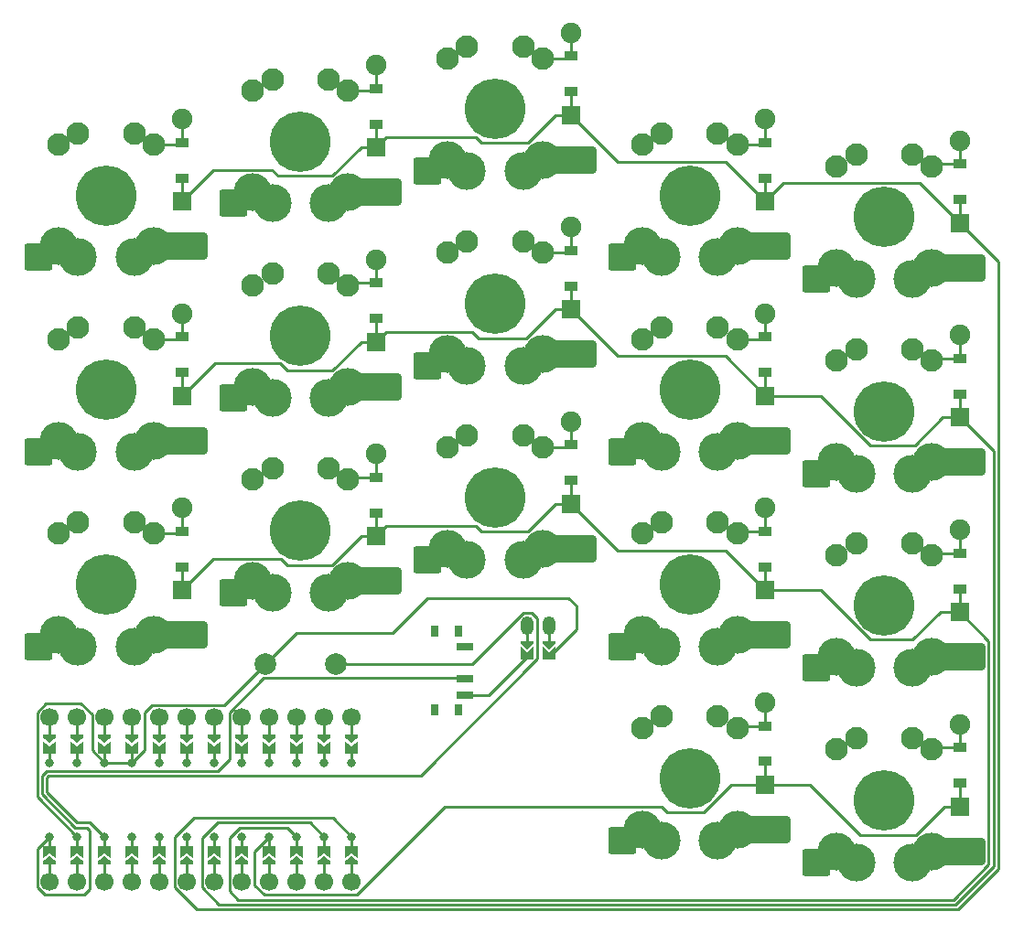
<source format=gbr>
%TF.GenerationSoftware,KiCad,Pcbnew,8.0.4*%
%TF.CreationDate,2024-08-16T17:58:29+08:00*%
%TF.ProjectId,board,626f6172-642e-46b6-9963-61645f706362,v1.0.0*%
%TF.SameCoordinates,Original*%
%TF.FileFunction,Copper,L1,Top*%
%TF.FilePolarity,Positive*%
%FSLAX46Y46*%
G04 Gerber Fmt 4.6, Leading zero omitted, Abs format (unit mm)*
G04 Created by KiCad (PCBNEW 8.0.4) date 2024-08-16 17:58:29*
%MOMM*%
%LPD*%
G01*
G04 APERTURE LIST*
G04 Aperture macros list*
%AMRoundRect*
0 Rectangle with rounded corners*
0 $1 Rounding radius*
0 $2 $3 $4 $5 $6 $7 $8 $9 X,Y pos of 4 corners*
0 Add a 4 corners polygon primitive as box body*
4,1,4,$2,$3,$4,$5,$6,$7,$8,$9,$2,$3,0*
0 Add four circle primitives for the rounded corners*
1,1,$1+$1,$2,$3*
1,1,$1+$1,$4,$5*
1,1,$1+$1,$6,$7*
1,1,$1+$1,$8,$9*
0 Add four rect primitives between the rounded corners*
20,1,$1+$1,$2,$3,$4,$5,0*
20,1,$1+$1,$4,$5,$6,$7,0*
20,1,$1+$1,$6,$7,$8,$9,0*
20,1,$1+$1,$8,$9,$2,$3,0*%
%AMFreePoly0*
4,1,6,0.250000,0.000000,-0.250000,-0.625000,-0.500000,-0.625000,-0.500000,0.625000,-0.250000,0.625000,0.250000,0.000000,0.250000,0.000000,$1*%
%AMFreePoly1*
4,1,6,0.500000,-0.625000,-0.650000,-0.625000,-0.150000,0.000000,-0.650000,0.625000,0.500000,0.625000,0.500000,-0.625000,0.500000,-0.625000,$1*%
%AMFreePoly2*
4,1,6,0.600000,-1.000000,0.000000,-0.400000,-0.600000,-1.000000,-0.600000,0.250000,0.600000,0.250000,0.600000,-1.000000,0.600000,-1.000000,$1*%
%AMFreePoly3*
4,1,6,0.600000,-0.200000,0.600000,-0.400000,-0.600000,-0.400000,-0.600000,-0.200000,0.000000,0.400000,0.600000,-0.200000,0.600000,-0.200000,$1*%
G04 Aperture macros list end*
%TA.AperFunction,SMDPad,CuDef*%
%ADD10R,0.800000X1.000000*%
%TD*%
%TA.AperFunction,SMDPad,CuDef*%
%ADD11R,1.500000X0.700000*%
%TD*%
%TA.AperFunction,ComponentPad*%
%ADD12C,2.000000*%
%TD*%
%TA.AperFunction,SMDPad,CuDef*%
%ADD13FreePoly0,270.000000*%
%TD*%
%TA.AperFunction,ComponentPad*%
%ADD14C,1.700000*%
%TD*%
%TA.AperFunction,SMDPad,CuDef*%
%ADD15FreePoly0,90.000000*%
%TD*%
%TA.AperFunction,ComponentPad*%
%ADD16C,0.800000*%
%TD*%
%TA.AperFunction,SMDPad,CuDef*%
%ADD17FreePoly1,270.000000*%
%TD*%
%TA.AperFunction,SMDPad,CuDef*%
%ADD18FreePoly1,90.000000*%
%TD*%
%TA.AperFunction,SMDPad,CuDef*%
%ADD19FreePoly2,180.000000*%
%TD*%
%TA.AperFunction,ComponentPad*%
%ADD20O,1.200000X1.750000*%
%TD*%
%TA.AperFunction,SMDPad,CuDef*%
%ADD21FreePoly3,180.000000*%
%TD*%
%TA.AperFunction,ComponentPad*%
%ADD22R,1.778000X1.778000*%
%TD*%
%TA.AperFunction,SMDPad,CuDef*%
%ADD23R,1.200000X0.900000*%
%TD*%
%TA.AperFunction,ComponentPad*%
%ADD24C,1.905000*%
%TD*%
%TA.AperFunction,ComponentPad*%
%ADD25C,3.500000*%
%TD*%
%TA.AperFunction,ComponentPad*%
%ADD26C,5.600000*%
%TD*%
%TA.AperFunction,SMDPad,CuDef*%
%ADD27RoundRect,0.250000X-1.050000X-1.000000X1.050000X-1.000000X1.050000X1.000000X-1.050000X1.000000X0*%
%TD*%
%TA.AperFunction,ComponentPad*%
%ADD28C,2.100000*%
%TD*%
%TA.AperFunction,SMDPad,CuDef*%
%ADD29RoundRect,0.250000X-1.750000X-1.000000X1.750000X-1.000000X1.750000X1.000000X-1.750000X1.000000X0*%
%TD*%
%TA.AperFunction,Conductor*%
%ADD30C,0.250000*%
%TD*%
G04 APERTURE END LIST*
D10*
%TO.P,PWR1,*%
%TO.N,*%
X207585000Y-168650000D03*
X207585000Y-161350000D03*
X205375000Y-168650000D03*
X205375000Y-161350000D03*
D11*
%TO.P,PWR1,1*%
%TO.N,N/C*%
X208235000Y-162750000D03*
%TO.P,PWR1,2*%
%TO.N,RAW*%
X208235000Y-165750000D03*
%TO.P,PWR1,3*%
%TO.N,BAT_P*%
X208235000Y-167250000D03*
%TD*%
D12*
%TO.P,RST1,1*%
%TO.N,RST*%
X196250000Y-164350000D03*
%TO.P,RST1,2*%
%TO.N,GND*%
X189750000Y-164350000D03*
%TD*%
D13*
%TO.P,MCU1,1*%
%TO.N,MCU1_1*%
X169800000Y-171450000D03*
D14*
X169800000Y-169330000D03*
D13*
%TO.P,MCU1,2*%
%TO.N,MCU1_2*%
X172340000Y-171450000D03*
D14*
X172340000Y-169330000D03*
D13*
%TO.P,MCU1,3*%
%TO.N,MCU1_3*%
X174880000Y-171450000D03*
D14*
X174880000Y-169330000D03*
D13*
%TO.P,MCU1,4*%
%TO.N,MCU1_4*%
X177420000Y-171450000D03*
D14*
X177420000Y-169330000D03*
D13*
%TO.P,MCU1,5*%
%TO.N,MCU1_5*%
X179960000Y-171450000D03*
D14*
X179960000Y-169330000D03*
D13*
%TO.P,MCU1,6*%
%TO.N,MCU1_6*%
X182500000Y-171450000D03*
D14*
X182500000Y-169330000D03*
D13*
%TO.P,MCU1,7*%
%TO.N,MCU1_7*%
X185040000Y-171450000D03*
D14*
X185040000Y-169330000D03*
D13*
%TO.P,MCU1,8*%
%TO.N,MCU1_8*%
X187580000Y-171450000D03*
D14*
X187580000Y-169330000D03*
D13*
%TO.P,MCU1,9*%
%TO.N,MCU1_9*%
X190120000Y-171450000D03*
D14*
X190120000Y-169330000D03*
D13*
%TO.P,MCU1,10*%
%TO.N,MCU1_10*%
X192660000Y-171450000D03*
D14*
X192660000Y-169330000D03*
D13*
%TO.P,MCU1,11*%
%TO.N,MCU1_11*%
X195200000Y-171450000D03*
D14*
X195200000Y-169330000D03*
D13*
%TO.P,MCU1,12*%
%TO.N,MCU1_12*%
X197740000Y-171450000D03*
D14*
X197740000Y-169330000D03*
%TO.P,MCU1,13*%
%TO.N,MCU1_13*%
X197740000Y-184570000D03*
D15*
X197740000Y-182450000D03*
D14*
%TO.P,MCU1,14*%
%TO.N,MCU1_14*%
X195200000Y-184570000D03*
D15*
X195200000Y-182450000D03*
D14*
%TO.P,MCU1,15*%
%TO.N,MCU1_15*%
X192660000Y-184570000D03*
D15*
X192660000Y-182450000D03*
D14*
%TO.P,MCU1,16*%
%TO.N,MCU1_16*%
X190120000Y-184570000D03*
D15*
X190120000Y-182450000D03*
D14*
%TO.P,MCU1,17*%
%TO.N,MCU1_17*%
X187580000Y-184570000D03*
D15*
X187580000Y-182450000D03*
D14*
%TO.P,MCU1,18*%
%TO.N,MCU1_18*%
X185040000Y-184570000D03*
D15*
X185040000Y-182450000D03*
D14*
%TO.P,MCU1,19*%
%TO.N,MCU1_19*%
X182500000Y-184570000D03*
D15*
X182500000Y-182450000D03*
D14*
%TO.P,MCU1,20*%
%TO.N,MCU1_20*%
X179960000Y-184570000D03*
D15*
X179960000Y-182450000D03*
D14*
%TO.P,MCU1,21*%
%TO.N,MCU1_21*%
X177420000Y-184570000D03*
D15*
X177420000Y-182450000D03*
D14*
%TO.P,MCU1,22*%
%TO.N,MCU1_22*%
X174880000Y-184570000D03*
D15*
X174880000Y-182450000D03*
D14*
%TO.P,MCU1,23*%
%TO.N,MCU1_23*%
X172340000Y-184570000D03*
D15*
X172340000Y-182450000D03*
D14*
%TO.P,MCU1,24*%
%TO.N,MCU1_24*%
X169800000Y-184570000D03*
D15*
X169800000Y-182450000D03*
D16*
%TO.P,MCU1,101*%
%TO.N,P1*%
X169800000Y-173550000D03*
D17*
X169800000Y-172175000D03*
D16*
%TO.P,MCU1,102*%
%TO.N,P0*%
X172340000Y-173550000D03*
D17*
X172340000Y-172175000D03*
D16*
%TO.P,MCU1,103*%
%TO.N,GND*%
X174880000Y-173550000D03*
D17*
X174880000Y-172175000D03*
D16*
%TO.P,MCU1,104*%
X177420000Y-173550000D03*
D17*
X177420000Y-172175000D03*
D16*
%TO.P,MCU1,105*%
%TO.N,P2*%
X179960000Y-173550000D03*
D17*
X179960000Y-172175000D03*
D16*
%TO.P,MCU1,106*%
%TO.N,P3*%
X182500000Y-173550000D03*
D17*
X182500000Y-172175000D03*
D16*
%TO.P,MCU1,107*%
%TO.N,P4*%
X185040000Y-173550000D03*
D17*
X185040000Y-172175000D03*
D16*
%TO.P,MCU1,108*%
%TO.N,P5*%
X187580000Y-173550000D03*
D17*
X187580000Y-172175000D03*
D16*
%TO.P,MCU1,109*%
%TO.N,P6*%
X190120000Y-173550000D03*
D17*
X190120000Y-172175000D03*
D16*
%TO.P,MCU1,110*%
%TO.N,P7*%
X192660000Y-173550000D03*
D17*
X192660000Y-172175000D03*
D16*
%TO.P,MCU1,111*%
%TO.N,P8*%
X195200000Y-173550000D03*
D17*
X195200000Y-172175000D03*
D16*
%TO.P,MCU1,112*%
%TO.N,P9*%
X197740000Y-173550000D03*
D17*
X197740000Y-172175000D03*
D18*
%TO.P,MCU1,113*%
%TO.N,P10*%
X197740000Y-181725000D03*
D16*
X197740000Y-180350000D03*
D18*
%TO.P,MCU1,114*%
%TO.N,P16*%
X195200000Y-181725000D03*
D16*
X195200000Y-180350000D03*
D18*
%TO.P,MCU1,115*%
%TO.N,P14*%
X192660000Y-181725000D03*
D16*
X192660000Y-180350000D03*
D18*
%TO.P,MCU1,116*%
%TO.N,P15*%
X190120000Y-181725000D03*
D16*
X190120000Y-180350000D03*
D18*
%TO.P,MCU1,117*%
%TO.N,P18*%
X187580000Y-181725000D03*
D16*
X187580000Y-180350000D03*
D18*
%TO.P,MCU1,118*%
%TO.N,P19*%
X185040000Y-181725000D03*
D16*
X185040000Y-180350000D03*
D18*
%TO.P,MCU1,119*%
%TO.N,P20*%
X182500000Y-181725000D03*
D16*
X182500000Y-180350000D03*
D18*
%TO.P,MCU1,120*%
%TO.N,P21*%
X179960000Y-181725000D03*
D16*
X179960000Y-180350000D03*
D18*
%TO.P,MCU1,121*%
%TO.N,VCC*%
X177420000Y-181725000D03*
D16*
X177420000Y-180350000D03*
D18*
%TO.P,MCU1,122*%
%TO.N,RST*%
X174880000Y-181725000D03*
D16*
X174880000Y-180350000D03*
D18*
%TO.P,MCU1,123*%
%TO.N,GND*%
X172340000Y-181725000D03*
D16*
X172340000Y-180350000D03*
D18*
%TO.P,MCU1,124*%
%TO.N,RAW*%
X169800000Y-181725000D03*
D16*
X169800000Y-180350000D03*
%TD*%
D19*
%TO.P,JST1,1*%
%TO.N,BAT_P*%
X214000000Y-163666000D03*
%TO.P,JST1,2*%
%TO.N,GND*%
X216000000Y-163666000D03*
D20*
%TO.P,JST1,11*%
%TO.N,JST1_1*%
X214000000Y-160850000D03*
%TO.P,JST1,12*%
%TO.N,JST1_2*%
X216000000Y-160850000D03*
D21*
%TO.P,JST1,21*%
%TO.N,JST1_1*%
X214000000Y-162650000D03*
%TO.P,JST1,22*%
%TO.N,JST1_2*%
X216000000Y-162650000D03*
%TD*%
D22*
%TO.P,D8,1*%
%TO.N,P16*%
X218000000Y-131560000D03*
D23*
X218000000Y-129400000D03*
%TO.P,D8,2*%
%TO.N,middle_home*%
X218000000Y-126100000D03*
D24*
X218000000Y-123940000D03*
%TD*%
D22*
%TO.P,D13,1*%
%TO.N,P10*%
X236000000Y-121560000D03*
D23*
X236000000Y-119400000D03*
%TO.P,D13,2*%
%TO.N,index_top*%
X236000000Y-116100000D03*
D24*
X236000000Y-113940000D03*
%TD*%
D25*
%TO.P,S12,*%
%TO.N,P5*%
X226400000Y-144750000D03*
D26*
%TO.N,*%
X229000000Y-139000000D03*
D25*
%TO.N,index_home*%
X231600000Y-144750000D03*
D27*
%TO.P,S12,1*%
%TO.N,P5*%
X222750000Y-144750000D03*
D28*
X224600000Y-134300000D03*
D25*
X224600000Y-143700000D03*
D28*
X226400000Y-133250000D03*
%TO.P,S12,2*%
%TO.N,index_home*%
X231600000Y-133250000D03*
X233400000Y-134300000D03*
D25*
X233400000Y-143700000D03*
D29*
X236350000Y-143700000D03*
%TD*%
D25*
%TO.P,S14,*%
%TO.N,P6*%
X244400000Y-182750000D03*
D26*
%TO.N,*%
X247000000Y-177000000D03*
D25*
%TO.N,inner_thumb*%
X249600000Y-182750000D03*
D27*
%TO.P,S14,1*%
%TO.N,P6*%
X240750000Y-182750000D03*
D28*
X242600000Y-172300000D03*
D25*
X242600000Y-181700000D03*
D28*
X244400000Y-171250000D03*
%TO.P,S14,2*%
%TO.N,inner_thumb*%
X249600000Y-171250000D03*
X251400000Y-172300000D03*
D25*
X251400000Y-181700000D03*
D29*
X254350000Y-181700000D03*
%TD*%
D25*
%TO.P,S15,*%
%TO.N,P6*%
X244400000Y-164750000D03*
D26*
%TO.N,*%
X247000000Y-159000000D03*
D25*
%TO.N,inner_bottom*%
X249600000Y-164750000D03*
D27*
%TO.P,S15,1*%
%TO.N,P6*%
X240750000Y-164750000D03*
D28*
X242600000Y-154300000D03*
D25*
X242600000Y-163700000D03*
D28*
X244400000Y-153250000D03*
%TO.P,S15,2*%
%TO.N,inner_bottom*%
X249600000Y-153250000D03*
X251400000Y-154300000D03*
D25*
X251400000Y-163700000D03*
D29*
X254350000Y-163700000D03*
%TD*%
D22*
%TO.P,D16,1*%
%TO.N,P16*%
X254000000Y-141560000D03*
D23*
X254000000Y-139400000D03*
%TO.P,D16,2*%
%TO.N,inner_home*%
X254000000Y-136100000D03*
D24*
X254000000Y-133940000D03*
%TD*%
D25*
%TO.P,S8,*%
%TO.N,P4*%
X208400000Y-136750000D03*
D26*
%TO.N,*%
X211000000Y-131000000D03*
D25*
%TO.N,middle_home*%
X213600000Y-136750000D03*
D27*
%TO.P,S8,1*%
%TO.N,P4*%
X204750000Y-136750000D03*
D28*
X206600000Y-126300000D03*
D25*
X206600000Y-135700000D03*
D28*
X208400000Y-125250000D03*
%TO.P,S8,2*%
%TO.N,middle_home*%
X213600000Y-125250000D03*
X215400000Y-126300000D03*
D25*
X215400000Y-135700000D03*
D29*
X218350000Y-135700000D03*
%TD*%
D25*
%TO.P,S17,*%
%TO.N,P6*%
X244400000Y-128750000D03*
D26*
%TO.N,*%
X247000000Y-123000000D03*
D25*
%TO.N,inner_top*%
X249600000Y-128750000D03*
D27*
%TO.P,S17,1*%
%TO.N,P6*%
X240750000Y-128750000D03*
D28*
X242600000Y-118300000D03*
D25*
X242600000Y-127700000D03*
D28*
X244400000Y-117250000D03*
%TO.P,S17,2*%
%TO.N,inner_top*%
X249600000Y-117250000D03*
X251400000Y-118300000D03*
D25*
X251400000Y-127700000D03*
D29*
X254350000Y-127700000D03*
%TD*%
D22*
%TO.P,D11,1*%
%TO.N,P14*%
X236000000Y-157560000D03*
D23*
X236000000Y-155400000D03*
%TO.P,D11,2*%
%TO.N,index_bottom*%
X236000000Y-152100000D03*
D24*
X236000000Y-149940000D03*
%TD*%
D25*
%TO.P,S5,*%
%TO.N,P3*%
X190400000Y-139750000D03*
D26*
%TO.N,*%
X193000000Y-134000000D03*
D25*
%TO.N,ring_home*%
X195600000Y-139750000D03*
D27*
%TO.P,S5,1*%
%TO.N,P3*%
X186750000Y-139750000D03*
D28*
X188600000Y-129300000D03*
D25*
X188600000Y-138700000D03*
D28*
X190400000Y-128250000D03*
%TO.P,S5,2*%
%TO.N,ring_home*%
X195600000Y-128250000D03*
X197400000Y-129300000D03*
D25*
X197400000Y-138700000D03*
D29*
X200350000Y-138700000D03*
%TD*%
D25*
%TO.P,S9,*%
%TO.N,P4*%
X208400000Y-118750000D03*
D26*
%TO.N,*%
X211000000Y-113000000D03*
D25*
%TO.N,middle_top*%
X213600000Y-118750000D03*
D27*
%TO.P,S9,1*%
%TO.N,P4*%
X204750000Y-118750000D03*
D28*
X206600000Y-108300000D03*
D25*
X206600000Y-117700000D03*
D28*
X208400000Y-107250000D03*
%TO.P,S9,2*%
%TO.N,middle_top*%
X213600000Y-107250000D03*
X215400000Y-108300000D03*
D25*
X215400000Y-117700000D03*
D29*
X218350000Y-117700000D03*
%TD*%
D22*
%TO.P,D12,1*%
%TO.N,P16*%
X236000000Y-139560000D03*
D23*
X236000000Y-137400000D03*
%TO.P,D12,2*%
%TO.N,index_home*%
X236000000Y-134100000D03*
D24*
X236000000Y-131940000D03*
%TD*%
D22*
%TO.P,D2,1*%
%TO.N,P16*%
X182000000Y-139560000D03*
D23*
X182000000Y-137400000D03*
%TO.P,D2,2*%
%TO.N,pinky_home*%
X182000000Y-134100000D03*
D24*
X182000000Y-131940000D03*
%TD*%
D22*
%TO.P,D7,1*%
%TO.N,P14*%
X218000000Y-149560000D03*
D23*
X218000000Y-147400000D03*
%TO.P,D7,2*%
%TO.N,middle_bottom*%
X218000000Y-144100000D03*
D24*
X218000000Y-141940000D03*
%TD*%
D25*
%TO.P,S3,*%
%TO.N,P2*%
X172400000Y-126750000D03*
D26*
%TO.N,*%
X175000000Y-121000000D03*
D25*
%TO.N,pinky_top*%
X177600000Y-126750000D03*
D27*
%TO.P,S3,1*%
%TO.N,P2*%
X168750000Y-126750000D03*
D28*
X170600000Y-116300000D03*
D25*
X170600000Y-125700000D03*
D28*
X172400000Y-115250000D03*
%TO.P,S3,2*%
%TO.N,pinky_top*%
X177600000Y-115250000D03*
X179400000Y-116300000D03*
D25*
X179400000Y-125700000D03*
D29*
X182350000Y-125700000D03*
%TD*%
D22*
%TO.P,D17,1*%
%TO.N,P10*%
X254000000Y-123560000D03*
D23*
X254000000Y-121400000D03*
%TO.P,D17,2*%
%TO.N,inner_top*%
X254000000Y-118100000D03*
D24*
X254000000Y-115940000D03*
%TD*%
D22*
%TO.P,D4,1*%
%TO.N,P14*%
X200000000Y-152560000D03*
D23*
X200000000Y-150400000D03*
%TO.P,D4,2*%
%TO.N,ring_bottom*%
X200000000Y-147100000D03*
D24*
X200000000Y-144940000D03*
%TD*%
D22*
%TO.P,D1,1*%
%TO.N,P14*%
X182000000Y-157560000D03*
D23*
X182000000Y-155400000D03*
%TO.P,D1,2*%
%TO.N,pinky_bottom*%
X182000000Y-152100000D03*
D24*
X182000000Y-149940000D03*
%TD*%
D22*
%TO.P,D9,1*%
%TO.N,P10*%
X218000000Y-113560000D03*
D23*
X218000000Y-111400000D03*
%TO.P,D9,2*%
%TO.N,middle_top*%
X218000000Y-108100000D03*
D24*
X218000000Y-105940000D03*
%TD*%
D25*
%TO.P,S2,*%
%TO.N,P2*%
X172400000Y-144750000D03*
D26*
%TO.N,*%
X175000000Y-139000000D03*
D25*
%TO.N,pinky_home*%
X177600000Y-144750000D03*
D27*
%TO.P,S2,1*%
%TO.N,P2*%
X168750000Y-144750000D03*
D28*
X170600000Y-134300000D03*
D25*
X170600000Y-143700000D03*
D28*
X172400000Y-133250000D03*
%TO.P,S2,2*%
%TO.N,pinky_home*%
X177600000Y-133250000D03*
X179400000Y-134300000D03*
D25*
X179400000Y-143700000D03*
D29*
X182350000Y-143700000D03*
%TD*%
D22*
%TO.P,D3,1*%
%TO.N,P10*%
X182000000Y-121560000D03*
D23*
X182000000Y-119400000D03*
%TO.P,D3,2*%
%TO.N,pinky_top*%
X182000000Y-116100000D03*
D24*
X182000000Y-113940000D03*
%TD*%
D22*
%TO.P,D6,1*%
%TO.N,P10*%
X200000000Y-116560000D03*
D23*
X200000000Y-114400000D03*
%TO.P,D6,2*%
%TO.N,ring_top*%
X200000000Y-111100000D03*
D24*
X200000000Y-108940000D03*
%TD*%
D25*
%TO.P,S13,*%
%TO.N,P5*%
X226400000Y-126750000D03*
D26*
%TO.N,*%
X229000000Y-121000000D03*
D25*
%TO.N,index_top*%
X231600000Y-126750000D03*
D27*
%TO.P,S13,1*%
%TO.N,P5*%
X222750000Y-126750000D03*
D28*
X224600000Y-116300000D03*
D25*
X224600000Y-125700000D03*
D28*
X226400000Y-115250000D03*
%TO.P,S13,2*%
%TO.N,index_top*%
X231600000Y-115250000D03*
X233400000Y-116300000D03*
D25*
X233400000Y-125700000D03*
D29*
X236350000Y-125700000D03*
%TD*%
D22*
%TO.P,D10,1*%
%TO.N,P15*%
X236000000Y-175560000D03*
D23*
X236000000Y-173400000D03*
%TO.P,D10,2*%
%TO.N,index_thumb*%
X236000000Y-170100000D03*
D24*
X236000000Y-167940000D03*
%TD*%
D25*
%TO.P,S10,*%
%TO.N,P5*%
X226400000Y-180750000D03*
D26*
%TO.N,*%
X229000000Y-175000000D03*
D25*
%TO.N,index_thumb*%
X231600000Y-180750000D03*
D27*
%TO.P,S10,1*%
%TO.N,P5*%
X222750000Y-180750000D03*
D28*
X224600000Y-170300000D03*
D25*
X224600000Y-179700000D03*
D28*
X226400000Y-169250000D03*
%TO.P,S10,2*%
%TO.N,index_thumb*%
X231600000Y-169250000D03*
X233400000Y-170300000D03*
D25*
X233400000Y-179700000D03*
D29*
X236350000Y-179700000D03*
%TD*%
D25*
%TO.P,S11,*%
%TO.N,P5*%
X226400000Y-162750000D03*
D26*
%TO.N,*%
X229000000Y-157000000D03*
D25*
%TO.N,index_bottom*%
X231600000Y-162750000D03*
D27*
%TO.P,S11,1*%
%TO.N,P5*%
X222750000Y-162750000D03*
D28*
X224600000Y-152300000D03*
D25*
X224600000Y-161700000D03*
D28*
X226400000Y-151250000D03*
%TO.P,S11,2*%
%TO.N,index_bottom*%
X231600000Y-151250000D03*
X233400000Y-152300000D03*
D25*
X233400000Y-161700000D03*
D29*
X236350000Y-161700000D03*
%TD*%
D25*
%TO.P,S16,*%
%TO.N,P6*%
X244400000Y-146750000D03*
D26*
%TO.N,*%
X247000000Y-141000000D03*
D25*
%TO.N,inner_home*%
X249600000Y-146750000D03*
D27*
%TO.P,S16,1*%
%TO.N,P6*%
X240750000Y-146750000D03*
D28*
X242600000Y-136300000D03*
D25*
X242600000Y-145700000D03*
D28*
X244400000Y-135250000D03*
%TO.P,S16,2*%
%TO.N,inner_home*%
X249600000Y-135250000D03*
X251400000Y-136300000D03*
D25*
X251400000Y-145700000D03*
D29*
X254350000Y-145700000D03*
%TD*%
D25*
%TO.P,S4,*%
%TO.N,P3*%
X190400000Y-157750000D03*
D26*
%TO.N,*%
X193000000Y-152000000D03*
D25*
%TO.N,ring_bottom*%
X195600000Y-157750000D03*
D27*
%TO.P,S4,1*%
%TO.N,P3*%
X186750000Y-157750000D03*
D28*
X188600000Y-147300000D03*
D25*
X188600000Y-156700000D03*
D28*
X190400000Y-146250000D03*
%TO.P,S4,2*%
%TO.N,ring_bottom*%
X195600000Y-146250000D03*
X197400000Y-147300000D03*
D25*
X197400000Y-156700000D03*
D29*
X200350000Y-156700000D03*
%TD*%
D22*
%TO.P,D14,1*%
%TO.N,P15*%
X254000000Y-177560000D03*
D23*
X254000000Y-175400000D03*
%TO.P,D14,2*%
%TO.N,inner_thumb*%
X254000000Y-172100000D03*
D24*
X254000000Y-169940000D03*
%TD*%
D25*
%TO.P,S7,*%
%TO.N,P4*%
X208400000Y-154750000D03*
D26*
%TO.N,*%
X211000000Y-149000000D03*
D25*
%TO.N,middle_bottom*%
X213600000Y-154750000D03*
D27*
%TO.P,S7,1*%
%TO.N,P4*%
X204750000Y-154750000D03*
D28*
X206600000Y-144300000D03*
D25*
X206600000Y-153700000D03*
D28*
X208400000Y-143250000D03*
%TO.P,S7,2*%
%TO.N,middle_bottom*%
X213600000Y-143250000D03*
X215400000Y-144300000D03*
D25*
X215400000Y-153700000D03*
D29*
X218350000Y-153700000D03*
%TD*%
D22*
%TO.P,D15,1*%
%TO.N,P14*%
X254000000Y-159560000D03*
D23*
X254000000Y-157400000D03*
%TO.P,D15,2*%
%TO.N,inner_bottom*%
X254000000Y-154100000D03*
D24*
X254000000Y-151940000D03*
%TD*%
D25*
%TO.P,S6,*%
%TO.N,P3*%
X190400000Y-121750000D03*
D26*
%TO.N,*%
X193000000Y-116000000D03*
D25*
%TO.N,ring_top*%
X195600000Y-121750000D03*
D27*
%TO.P,S6,1*%
%TO.N,P3*%
X186750000Y-121750000D03*
D28*
X188600000Y-111300000D03*
D25*
X188600000Y-120700000D03*
D28*
X190400000Y-110250000D03*
%TO.P,S6,2*%
%TO.N,ring_top*%
X195600000Y-110250000D03*
X197400000Y-111300000D03*
D25*
X197400000Y-120700000D03*
D29*
X200350000Y-120700000D03*
%TD*%
D22*
%TO.P,D5,1*%
%TO.N,P16*%
X200000000Y-134560000D03*
D23*
X200000000Y-132400000D03*
%TO.P,D5,2*%
%TO.N,ring_home*%
X200000000Y-129100000D03*
D24*
X200000000Y-126940000D03*
%TD*%
D25*
%TO.P,S1,*%
%TO.N,P2*%
X172400000Y-162750000D03*
D26*
%TO.N,*%
X175000000Y-157000000D03*
D25*
%TO.N,pinky_bottom*%
X177600000Y-162750000D03*
D27*
%TO.P,S1,1*%
%TO.N,P2*%
X168750000Y-162750000D03*
D28*
X170600000Y-152300000D03*
D25*
X170600000Y-161700000D03*
D28*
X172400000Y-151250000D03*
%TO.P,S1,2*%
%TO.N,pinky_bottom*%
X177600000Y-151250000D03*
X179400000Y-152300000D03*
D25*
X179400000Y-161700000D03*
D29*
X182350000Y-161700000D03*
%TD*%
D30*
%TO.N,P2*%
X179960000Y-172175000D02*
X179960000Y-173550000D01*
%TO.N,pinky_bottom*%
X179400000Y-152300000D02*
X181800000Y-152300000D01*
X182000000Y-152100000D02*
X182000000Y-149940000D01*
X181800000Y-152300000D02*
X182000000Y-152100000D01*
%TO.N,GND*%
X168625000Y-176635000D02*
X172340000Y-180350000D01*
X177420000Y-172175000D02*
X177420000Y-173550000D01*
X174880000Y-172175000D02*
X174880000Y-173550000D01*
X179283299Y-168155000D02*
X178595000Y-168843299D01*
X178595000Y-172375000D02*
X177420000Y-173550000D01*
X169468299Y-168000000D02*
X168625000Y-168843299D01*
X189750000Y-164350000D02*
X185945000Y-168155000D01*
X177420000Y-173550000D02*
X174880000Y-173550000D01*
X185945000Y-168155000D02*
X179283299Y-168155000D01*
X173705000Y-172375000D02*
X173705000Y-169033299D01*
X168625000Y-168843299D02*
X168625000Y-176635000D01*
X204750000Y-158250000D02*
X201500000Y-161500000D01*
X172671701Y-168000000D02*
X169468299Y-168000000D01*
X178595000Y-168843299D02*
X178595000Y-172375000D01*
X218500000Y-161166000D02*
X218500000Y-159000000D01*
X172340000Y-181725000D02*
X172340000Y-180350000D01*
X192600000Y-161500000D02*
X189750000Y-164350000D01*
X217750000Y-158250000D02*
X204750000Y-158250000D01*
X201500000Y-161500000D02*
X192600000Y-161500000D01*
X174880000Y-173550000D02*
X173705000Y-172375000D01*
X216000000Y-163666000D02*
X218500000Y-161166000D01*
X173705000Y-169033299D02*
X172671701Y-168000000D01*
X218500000Y-159000000D02*
X217750000Y-158250000D01*
%TO.N,pinky_home*%
X181800000Y-134300000D02*
X182000000Y-134100000D01*
X182000000Y-131940000D02*
X182000000Y-134100000D01*
X179400000Y-134300000D02*
X181800000Y-134300000D01*
%TO.N,pinky_top*%
X181800000Y-116300000D02*
X182000000Y-116100000D01*
X182000000Y-113940000D02*
X182000000Y-116100000D01*
X179400000Y-116300000D02*
X181800000Y-116300000D01*
%TO.N,P3*%
X182500000Y-172175000D02*
X182500000Y-173550000D01*
%TO.N,ring_bottom*%
X200000000Y-147100000D02*
X197600000Y-147100000D01*
X197600000Y-147100000D02*
X197400000Y-147300000D01*
X200000000Y-144940000D02*
X200000000Y-147100000D01*
%TO.N,ring_home*%
X197600000Y-129100000D02*
X197400000Y-129300000D01*
X200000000Y-126940000D02*
X200000000Y-129100000D01*
X200000000Y-129100000D02*
X197600000Y-129100000D01*
%TO.N,ring_top*%
X200000000Y-108940000D02*
X200000000Y-111100000D01*
X197400000Y-111300000D02*
X199800000Y-111300000D01*
X199800000Y-111300000D02*
X200000000Y-111100000D01*
%TO.N,P4*%
X185040000Y-172175000D02*
X185040000Y-173550000D01*
%TO.N,middle_bottom*%
X218000000Y-144100000D02*
X218000000Y-141940000D01*
X217800000Y-144300000D02*
X218000000Y-144100000D01*
X215400000Y-144300000D02*
X217800000Y-144300000D01*
%TO.N,middle_home*%
X217800000Y-126300000D02*
X218000000Y-126100000D01*
X218000000Y-123940000D02*
X218000000Y-126100000D01*
X215400000Y-126300000D02*
X217800000Y-126300000D01*
%TO.N,middle_top*%
X218000000Y-108100000D02*
X218000000Y-105940000D01*
X215400000Y-108300000D02*
X217800000Y-108300000D01*
X217800000Y-108300000D02*
X218000000Y-108100000D01*
%TO.N,P5*%
X187580000Y-172175000D02*
X187580000Y-173550000D01*
%TO.N,index_thumb*%
X233600000Y-170100000D02*
X233400000Y-170300000D01*
X236000000Y-170100000D02*
X233600000Y-170100000D01*
X236000000Y-167940000D02*
X236000000Y-170100000D01*
%TO.N,index_bottom*%
X233600000Y-152100000D02*
X233400000Y-152300000D01*
X236000000Y-152100000D02*
X236000000Y-149940000D01*
X236000000Y-152100000D02*
X233600000Y-152100000D01*
%TO.N,index_home*%
X233400000Y-134300000D02*
X235800000Y-134300000D01*
X236000000Y-131940000D02*
X236000000Y-134100000D01*
X235800000Y-134300000D02*
X236000000Y-134100000D01*
%TO.N,index_top*%
X233400000Y-116300000D02*
X235800000Y-116300000D01*
X235800000Y-116300000D02*
X236000000Y-116100000D01*
X236000000Y-113940000D02*
X236000000Y-116100000D01*
%TO.N,P6*%
X190120000Y-172175000D02*
X190120000Y-173550000D01*
%TO.N,inner_thumb*%
X254000000Y-172100000D02*
X254000000Y-169940000D01*
X254000000Y-172100000D02*
X251600000Y-172100000D01*
X251600000Y-172100000D02*
X251400000Y-172300000D01*
%TO.N,inner_bottom*%
X251600000Y-154100000D02*
X251400000Y-154300000D01*
X254000000Y-154100000D02*
X254000000Y-151940000D01*
X254000000Y-154100000D02*
X251600000Y-154100000D01*
%TO.N,inner_home*%
X251600000Y-136100000D02*
X251400000Y-136300000D01*
X254000000Y-136100000D02*
X251600000Y-136100000D01*
X254000000Y-136100000D02*
X254000000Y-133940000D01*
%TO.N,inner_top*%
X254000000Y-118100000D02*
X251600000Y-118100000D01*
X254000000Y-118100000D02*
X254000000Y-115940000D01*
X251600000Y-118100000D02*
X251400000Y-118300000D01*
%TO.N,P14*%
X253425100Y-186195000D02*
X187194999Y-186195000D01*
X191810000Y-179500000D02*
X192660000Y-180350000D01*
X198605506Y-152560000D02*
X200000000Y-152560000D01*
X187404695Y-179500000D02*
X191810000Y-179500000D01*
X254000000Y-159560000D02*
X256675000Y-162235000D01*
X186405000Y-185405001D02*
X186405000Y-180499695D01*
X236000000Y-157560000D02*
X241140582Y-157560000D01*
X186405000Y-180499695D02*
X187404695Y-179500000D01*
X184935000Y-154625000D02*
X191205582Y-154625000D01*
X218000000Y-149560000D02*
X218000000Y-147400000D01*
X182000000Y-157560000D02*
X182000000Y-155400000D01*
X191788335Y-155207753D02*
X195957753Y-155207753D01*
X200000000Y-152560000D02*
X200935000Y-151625000D01*
X222315000Y-153875000D02*
X232315000Y-153875000D01*
X209705582Y-152125000D02*
X214040506Y-152125000D01*
X192660000Y-181725000D02*
X192660000Y-180350000D01*
X195957753Y-155207753D02*
X198605506Y-152560000D01*
X254000000Y-157400000D02*
X254000000Y-159560000D01*
X256675000Y-162235000D02*
X256675000Y-182945100D01*
X187194999Y-186195000D02*
X186405000Y-185405001D01*
X200935000Y-151625000D02*
X209205582Y-151625000D01*
X191205582Y-154625000D02*
X191788335Y-155207753D01*
X182000000Y-157560000D02*
X184935000Y-154625000D01*
X249625000Y-162125000D02*
X252190000Y-159560000D01*
X209205582Y-151625000D02*
X209705582Y-152125000D01*
X200000000Y-152560000D02*
X200000000Y-150400000D01*
X256675000Y-182945100D02*
X253425100Y-186195000D01*
X236000000Y-155400000D02*
X236000000Y-157560000D01*
X232315000Y-153875000D02*
X236000000Y-157560000D01*
X214040506Y-152125000D02*
X216605506Y-149560000D01*
X245705582Y-162125000D02*
X249625000Y-162125000D01*
X216605506Y-149560000D02*
X218000000Y-149560000D01*
X252190000Y-159560000D02*
X254000000Y-159560000D01*
X241140582Y-157560000D02*
X245705582Y-162125000D01*
X218000000Y-149560000D02*
X222315000Y-153875000D01*
%TO.N,P16*%
X232315000Y-135875000D02*
X236000000Y-139560000D01*
X198605506Y-134560000D02*
X200000000Y-134560000D01*
X200000000Y-132400000D02*
X200000000Y-134560000D01*
X182000000Y-139560000D02*
X185060000Y-136500000D01*
X193900000Y-179050000D02*
X195200000Y-180350000D01*
X200000000Y-134560000D02*
X200935000Y-133625000D01*
X222315000Y-135875000D02*
X232315000Y-135875000D01*
X241140582Y-139560000D02*
X245705582Y-144125000D01*
X191788335Y-137207753D02*
X195957753Y-137207753D01*
X208875000Y-133625000D02*
X209500000Y-134250000D01*
X182000000Y-139560000D02*
X182000000Y-137400000D01*
X245705582Y-144125000D02*
X249875000Y-144125000D01*
X216605506Y-131560000D02*
X218000000Y-131560000D01*
X218000000Y-131560000D02*
X222315000Y-135875000D01*
X185060000Y-136500000D02*
X191080582Y-136500000D01*
X252440000Y-141560000D02*
X254000000Y-141560000D01*
X195957753Y-137207753D02*
X198605506Y-134560000D01*
X209500000Y-134250000D02*
X213915506Y-134250000D01*
X236000000Y-137400000D02*
X236000000Y-139560000D01*
X218000000Y-131560000D02*
X218000000Y-129400000D01*
X191080582Y-136500000D02*
X191788335Y-137207753D01*
X213915506Y-134250000D02*
X216605506Y-131560000D01*
X185314695Y-179050000D02*
X193900000Y-179050000D01*
X183865000Y-185056701D02*
X183865000Y-180499695D01*
X183865000Y-180499695D02*
X185314695Y-179050000D01*
X195200000Y-181725000D02*
X195200000Y-180350000D01*
X254000000Y-141560000D02*
X257125000Y-144685000D01*
X257125000Y-144685000D02*
X257125000Y-183131496D01*
X257125000Y-183131496D02*
X253611496Y-186645000D01*
X200935000Y-133625000D02*
X208875000Y-133625000D01*
X236000000Y-139560000D02*
X241140582Y-139560000D01*
X254000000Y-139400000D02*
X254000000Y-141560000D01*
X253611496Y-186645000D02*
X185453299Y-186645000D01*
X185453299Y-186645000D02*
X183865000Y-185056701D01*
X249875000Y-144125000D02*
X252440000Y-141560000D01*
%TO.N,P10*%
X216605506Y-113560000D02*
X218000000Y-113560000D01*
X214040506Y-116125000D02*
X216605506Y-113560000D01*
X200000000Y-116560000D02*
X200000000Y-114400000D01*
X195990000Y-178600000D02*
X197740000Y-180350000D01*
X190957753Y-119207753D02*
X195957753Y-119207753D01*
X237685000Y-119875000D02*
X250315000Y-119875000D01*
X209205582Y-115625000D02*
X209705582Y-116125000D01*
X236000000Y-119400000D02*
X236000000Y-121560000D01*
X257575000Y-183317892D02*
X253797892Y-187095000D01*
X218000000Y-113560000D02*
X218000000Y-111400000D01*
X197740000Y-181725000D02*
X197740000Y-180350000D01*
X200000000Y-116560000D02*
X200935000Y-115625000D01*
X195957753Y-119207753D02*
X198605506Y-116560000D01*
X253797892Y-187095000D02*
X183363299Y-187095000D01*
X218000000Y-113560000D02*
X222315000Y-117875000D01*
X200935000Y-115625000D02*
X209205582Y-115625000D01*
X181325000Y-185056701D02*
X181325000Y-180425000D01*
X183363299Y-187095000D02*
X181325000Y-185056701D01*
X198605506Y-116560000D02*
X200000000Y-116560000D01*
X222315000Y-117875000D02*
X232315000Y-117875000D01*
X182000000Y-121560000D02*
X184935000Y-118625000D01*
X183150000Y-178600000D02*
X195990000Y-178600000D01*
X254000000Y-123560000D02*
X257575000Y-127135000D01*
X184935000Y-118625000D02*
X190375000Y-118625000D01*
X182000000Y-119400000D02*
X182000000Y-121560000D01*
X257575000Y-127135000D02*
X257575000Y-183317892D01*
X232315000Y-117875000D02*
X236000000Y-121560000D01*
X254000000Y-121400000D02*
X254000000Y-123560000D01*
X250315000Y-119875000D02*
X254000000Y-123560000D01*
X190375000Y-118625000D02*
X190957753Y-119207753D01*
X236000000Y-121560000D02*
X237685000Y-119875000D01*
X209705582Y-116125000D02*
X214040506Y-116125000D01*
X181325000Y-180425000D02*
X183150000Y-178600000D01*
%TO.N,P15*%
X236000000Y-175560000D02*
X236000000Y-173400000D01*
X249957753Y-180207753D02*
X252605506Y-177560000D01*
X244792247Y-180207753D02*
X249957753Y-180207753D01*
X198226701Y-185745000D02*
X189633299Y-185745000D01*
X254000000Y-177560000D02*
X254000000Y-175400000D01*
X240144494Y-175560000D02*
X244792247Y-180207753D01*
X206346701Y-177625000D02*
X198226701Y-185745000D01*
X236000000Y-175560000D02*
X240144494Y-175560000D01*
X226375000Y-177625000D02*
X206346701Y-177625000D01*
X226875000Y-178125000D02*
X226375000Y-177625000D01*
X252605506Y-177560000D02*
X254000000Y-177560000D01*
X236000000Y-175560000D02*
X232859418Y-175560000D01*
X232859418Y-175560000D02*
X230294418Y-178125000D01*
X230294418Y-178125000D02*
X226875000Y-178125000D01*
X190120000Y-181725000D02*
X190120000Y-180350000D01*
X189633299Y-185745000D02*
X188755000Y-184866701D01*
X188755000Y-181715000D02*
X190120000Y-180350000D01*
X188755000Y-184866701D02*
X188755000Y-181715000D01*
%TO.N,RAW*%
X185340305Y-174275000D02*
X175775000Y-174275000D01*
X173515000Y-179765000D02*
X173515000Y-185235000D01*
X186405000Y-173210305D02*
X185340305Y-174275000D01*
X168625000Y-185056701D02*
X168625000Y-181525000D01*
X175750000Y-174250000D02*
X175725000Y-174275000D01*
X189573299Y-165675000D02*
X186405000Y-168843299D01*
X175775000Y-174275000D02*
X175750000Y-174250000D01*
X169075000Y-176448604D02*
X172126396Y-179500000D01*
X169313299Y-185745000D02*
X168625000Y-185056701D01*
X173515000Y-185235000D02*
X173005000Y-185745000D01*
X208160000Y-165675000D02*
X189573299Y-165675000D01*
X175725000Y-174275000D02*
X169475000Y-174275000D01*
X186405000Y-168843299D02*
X186405000Y-173210305D01*
X173005000Y-185745000D02*
X169313299Y-185745000D01*
X169475000Y-174275000D02*
X169075000Y-174675000D01*
X172126396Y-179500000D02*
X173250000Y-179500000D01*
X173250000Y-179500000D02*
X173515000Y-179765000D01*
X169075000Y-174675000D02*
X169075000Y-176448604D01*
X169800000Y-181725000D02*
X169800000Y-180350000D01*
X168625000Y-181525000D02*
X169800000Y-180350000D01*
X208235000Y-165750000D02*
X208160000Y-165675000D01*
%TO.N,RST*%
X169661396Y-174725000D02*
X169525000Y-174861396D01*
X213616852Y-159650000D02*
X214383148Y-159650000D01*
X204116270Y-174725000D02*
X169661396Y-174725000D01*
X169525000Y-176262208D02*
X172262792Y-179000000D01*
X214925000Y-160191852D02*
X214925000Y-163916270D01*
X172262792Y-179000000D02*
X173530000Y-179000000D01*
X174880000Y-181725000D02*
X174880000Y-180350000D01*
X214383148Y-159650000D02*
X214925000Y-160191852D01*
X169525000Y-174861396D02*
X169525000Y-176262208D01*
X214925000Y-163916270D02*
X204116270Y-174725000D01*
X208916852Y-164350000D02*
X213616852Y-159650000D01*
X196250000Y-164350000D02*
X208916852Y-164350000D01*
X173530000Y-179000000D02*
X174880000Y-180350000D01*
%TO.N,VCC*%
X177420000Y-181725000D02*
X177420000Y-180350000D01*
%TO.N,P21*%
X179960000Y-181725000D02*
X179960000Y-180350000D01*
%TO.N,P20*%
X182500000Y-181725000D02*
X182500000Y-180350000D01*
%TO.N,P19*%
X185040000Y-181725000D02*
X185040000Y-180350000D01*
%TO.N,P18*%
X187580000Y-181725000D02*
X187580000Y-180350000D01*
%TO.N,P1*%
X169800000Y-172175000D02*
X169800000Y-173550000D01*
%TO.N,P0*%
X172340000Y-172175000D02*
X172340000Y-173550000D01*
%TO.N,P7*%
X192660000Y-172175000D02*
X192660000Y-173550000D01*
%TO.N,P8*%
X195200000Y-172175000D02*
X195200000Y-173550000D01*
%TO.N,P9*%
X197740000Y-172175000D02*
X197740000Y-173550000D01*
%TO.N,MCU1_24*%
X169800000Y-184570000D02*
X169800000Y-182450000D01*
%TO.N,MCU1_1*%
X169800000Y-171450000D02*
X169800000Y-169330000D01*
%TO.N,MCU1_23*%
X172340000Y-184570000D02*
X172340000Y-182450000D01*
%TO.N,MCU1_2*%
X172340000Y-171450000D02*
X172340000Y-169330000D01*
%TO.N,MCU1_22*%
X174880000Y-184570000D02*
X174880000Y-182450000D01*
%TO.N,MCU1_3*%
X174880000Y-171450000D02*
X174880000Y-169330000D01*
%TO.N,MCU1_21*%
X177420000Y-184570000D02*
X177420000Y-182450000D01*
%TO.N,MCU1_4*%
X177420000Y-171450000D02*
X177420000Y-169330000D01*
%TO.N,MCU1_20*%
X179960000Y-184570000D02*
X179960000Y-182450000D01*
%TO.N,MCU1_5*%
X179960000Y-171450000D02*
X179960000Y-169330000D01*
%TO.N,MCU1_19*%
X182500000Y-184570000D02*
X182500000Y-182450000D01*
%TO.N,MCU1_6*%
X182500000Y-171450000D02*
X182500000Y-169330000D01*
%TO.N,MCU1_18*%
X185040000Y-184570000D02*
X185040000Y-182450000D01*
%TO.N,MCU1_7*%
X185040000Y-171450000D02*
X185040000Y-169330000D01*
%TO.N,MCU1_17*%
X187580000Y-184570000D02*
X187580000Y-182450000D01*
%TO.N,MCU1_8*%
X187580000Y-171450000D02*
X187580000Y-169330000D01*
%TO.N,MCU1_16*%
X190120000Y-184570000D02*
X190120000Y-182450000D01*
%TO.N,MCU1_9*%
X190120000Y-171450000D02*
X190120000Y-169330000D01*
%TO.N,MCU1_15*%
X192660000Y-184570000D02*
X192660000Y-182450000D01*
%TO.N,MCU1_10*%
X192660000Y-171450000D02*
X192660000Y-169330000D01*
%TO.N,MCU1_14*%
X195200000Y-184570000D02*
X195200000Y-182450000D01*
%TO.N,MCU1_11*%
X195200000Y-171450000D02*
X195200000Y-169330000D01*
%TO.N,MCU1_13*%
X197740000Y-184570000D02*
X197740000Y-182450000D01*
%TO.N,MCU1_12*%
X197740000Y-171450000D02*
X197740000Y-169330000D01*
%TO.N,BAT_P*%
X214000000Y-163666000D02*
X210416000Y-167250000D01*
X210416000Y-167250000D02*
X208235000Y-167250000D01*
%TO.N,JST1_1*%
X214000000Y-162650000D02*
X214000000Y-160850000D01*
%TO.N,JST1_2*%
X216000000Y-162650000D02*
X216000000Y-160850000D01*
%TD*%
M02*

</source>
